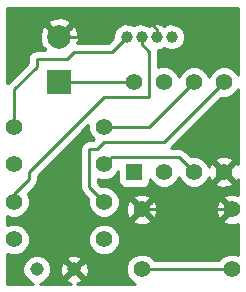
<source format=gbl>
G04 (created by PCBNEW (2013-mar-25)-stable) date Monday, September 30, 2013 05:41:20 PM*
%MOIN*%
G04 Gerber Fmt 3.4, Leading zero omitted, Abs format*
%FSLAX34Y34*%
G01*
G70*
G90*
G04 APERTURE LIST*
%ADD10C,0.006*%
%ADD11C,0.055*%
%ADD12C,0.0394*%
%ADD13R,0.0787X0.0787*%
%ADD14C,0.0787*%
%ADD15R,0.055X0.055*%
%ADD16C,0.045*%
%ADD17C,0.01*%
G04 APERTURE END LIST*
G54D10*
G54D11*
X56500Y-26750D03*
X56500Y-28750D03*
X53500Y-26750D03*
X53500Y-28750D03*
X52250Y-25250D03*
X49250Y-25250D03*
X52250Y-24000D03*
X49250Y-24000D03*
X52250Y-26500D03*
X49250Y-26500D03*
X52250Y-27750D03*
X49250Y-27750D03*
G54D12*
X54500Y-21000D03*
X54000Y-21000D03*
X53500Y-21000D03*
X53000Y-21000D03*
G54D13*
X50750Y-22500D03*
G54D14*
X50750Y-21000D03*
G54D15*
X53250Y-25500D03*
G54D11*
X54250Y-25500D03*
X55250Y-25500D03*
X56250Y-25500D03*
X56250Y-22500D03*
X55250Y-22500D03*
X54250Y-22500D03*
X53250Y-22500D03*
G54D16*
X50000Y-28750D03*
X51250Y-28750D03*
G54D17*
X54000Y-21000D02*
X54000Y-20750D01*
X54000Y-20750D02*
X53750Y-20500D01*
X53750Y-20500D02*
X52750Y-20500D01*
X52750Y-20500D02*
X52250Y-21000D01*
X52250Y-21000D02*
X50750Y-21000D01*
X53500Y-26750D02*
X56500Y-26750D01*
X49250Y-24000D02*
X49250Y-22750D01*
X49250Y-22750D02*
X50000Y-22000D01*
X50000Y-22000D02*
X50000Y-21750D01*
X50000Y-21750D02*
X51000Y-21750D01*
X51000Y-21750D02*
X51250Y-21500D01*
X51250Y-21500D02*
X52500Y-21500D01*
X52500Y-21500D02*
X53000Y-21000D01*
X49250Y-26500D02*
X49250Y-26250D01*
X49250Y-26250D02*
X49750Y-25750D01*
X49750Y-25750D02*
X49750Y-25500D01*
X49750Y-25500D02*
X52250Y-23000D01*
X52250Y-23000D02*
X53750Y-23000D01*
X53750Y-23000D02*
X53750Y-21500D01*
X53750Y-21500D02*
X53500Y-21250D01*
X53500Y-21250D02*
X53500Y-21000D01*
X56500Y-28750D02*
X53500Y-28750D01*
X50750Y-22500D02*
X53250Y-22500D01*
X56250Y-22500D02*
X54250Y-24500D01*
X54250Y-24500D02*
X52250Y-24500D01*
X52250Y-24500D02*
X52000Y-24750D01*
X52000Y-24750D02*
X51750Y-24750D01*
X51750Y-24750D02*
X51750Y-26000D01*
X51750Y-26000D02*
X52250Y-26500D01*
X55250Y-22500D02*
X53750Y-24000D01*
X53750Y-24000D02*
X52250Y-24000D01*
X52250Y-25250D02*
X52500Y-25000D01*
X52500Y-25000D02*
X54750Y-25000D01*
X54750Y-25000D02*
X55250Y-25500D01*
G54D10*
G36*
X54053Y-20971D02*
X54052Y-21028D01*
X54005Y-21076D01*
X54000Y-21070D01*
X53994Y-21076D01*
X53946Y-21028D01*
X53947Y-20971D01*
X53994Y-20923D01*
X54000Y-20929D01*
X54005Y-20923D01*
X54053Y-20971D01*
X54053Y-20971D01*
G37*
G54D17*
X54053Y-20971D02*
X54052Y-21028D01*
X54005Y-21076D01*
X54000Y-21070D01*
X53994Y-21076D01*
X53946Y-21028D01*
X53947Y-20971D01*
X53994Y-20923D01*
X54000Y-20929D01*
X54005Y-20923D01*
X54053Y-20971D01*
G54D10*
G36*
X56720Y-22263D02*
X56695Y-22203D01*
X56547Y-22055D01*
X56354Y-21975D01*
X56146Y-21974D01*
X55953Y-22054D01*
X55805Y-22202D01*
X55749Y-22335D01*
X55695Y-22203D01*
X55547Y-22055D01*
X55354Y-21975D01*
X55146Y-21974D01*
X54953Y-22054D01*
X54805Y-22202D01*
X54749Y-22335D01*
X54695Y-22203D01*
X54547Y-22055D01*
X54354Y-21975D01*
X54146Y-21974D01*
X54050Y-22014D01*
X54050Y-21500D01*
X54039Y-21445D01*
X54120Y-21439D01*
X54225Y-21395D01*
X54231Y-21363D01*
X54246Y-21378D01*
X54410Y-21446D01*
X54588Y-21447D01*
X54752Y-21379D01*
X54878Y-21253D01*
X54946Y-21089D01*
X54947Y-20911D01*
X54879Y-20747D01*
X54753Y-20621D01*
X54589Y-20553D01*
X54411Y-20552D01*
X54247Y-20620D01*
X54231Y-20636D01*
X54225Y-20604D01*
X54057Y-20547D01*
X53879Y-20560D01*
X53774Y-20604D01*
X53768Y-20636D01*
X53753Y-20621D01*
X53589Y-20553D01*
X53411Y-20552D01*
X53249Y-20619D01*
X53089Y-20553D01*
X52911Y-20552D01*
X52747Y-20620D01*
X52621Y-20746D01*
X52553Y-20910D01*
X52552Y-21022D01*
X52375Y-21200D01*
X51362Y-21200D01*
X51397Y-21104D01*
X51388Y-20848D01*
X51308Y-20655D01*
X51203Y-20617D01*
X51132Y-20687D01*
X51132Y-20546D01*
X51094Y-20441D01*
X50854Y-20352D01*
X50598Y-20361D01*
X50405Y-20441D01*
X50367Y-20546D01*
X50750Y-20929D01*
X51132Y-20546D01*
X51132Y-20687D01*
X50820Y-21000D01*
X50826Y-21005D01*
X50755Y-21076D01*
X50750Y-21070D01*
X50744Y-21076D01*
X50679Y-21011D01*
X50673Y-21005D01*
X50679Y-21000D01*
X50296Y-20617D01*
X50191Y-20655D01*
X50102Y-20895D01*
X50111Y-21151D01*
X50191Y-21344D01*
X50296Y-21382D01*
X50251Y-21427D01*
X50273Y-21450D01*
X50000Y-21450D01*
X49885Y-21472D01*
X49787Y-21537D01*
X49722Y-21635D01*
X49700Y-21750D01*
X49700Y-21875D01*
X49037Y-22537D01*
X49029Y-22550D01*
X49029Y-20029D01*
X56720Y-20029D01*
X56720Y-22263D01*
X56720Y-22263D01*
G37*
G54D17*
X56720Y-22263D02*
X56695Y-22203D01*
X56547Y-22055D01*
X56354Y-21975D01*
X56146Y-21974D01*
X55953Y-22054D01*
X55805Y-22202D01*
X55749Y-22335D01*
X55695Y-22203D01*
X55547Y-22055D01*
X55354Y-21975D01*
X55146Y-21974D01*
X54953Y-22054D01*
X54805Y-22202D01*
X54749Y-22335D01*
X54695Y-22203D01*
X54547Y-22055D01*
X54354Y-21975D01*
X54146Y-21974D01*
X54050Y-22014D01*
X54050Y-21500D01*
X54039Y-21445D01*
X54120Y-21439D01*
X54225Y-21395D01*
X54231Y-21363D01*
X54246Y-21378D01*
X54410Y-21446D01*
X54588Y-21447D01*
X54752Y-21379D01*
X54878Y-21253D01*
X54946Y-21089D01*
X54947Y-20911D01*
X54879Y-20747D01*
X54753Y-20621D01*
X54589Y-20553D01*
X54411Y-20552D01*
X54247Y-20620D01*
X54231Y-20636D01*
X54225Y-20604D01*
X54057Y-20547D01*
X53879Y-20560D01*
X53774Y-20604D01*
X53768Y-20636D01*
X53753Y-20621D01*
X53589Y-20553D01*
X53411Y-20552D01*
X53249Y-20619D01*
X53089Y-20553D01*
X52911Y-20552D01*
X52747Y-20620D01*
X52621Y-20746D01*
X52553Y-20910D01*
X52552Y-21022D01*
X52375Y-21200D01*
X51362Y-21200D01*
X51397Y-21104D01*
X51388Y-20848D01*
X51308Y-20655D01*
X51203Y-20617D01*
X51132Y-20687D01*
X51132Y-20546D01*
X51094Y-20441D01*
X50854Y-20352D01*
X50598Y-20361D01*
X50405Y-20441D01*
X50367Y-20546D01*
X50750Y-20929D01*
X51132Y-20546D01*
X51132Y-20687D01*
X50820Y-21000D01*
X50826Y-21005D01*
X50755Y-21076D01*
X50750Y-21070D01*
X50744Y-21076D01*
X50679Y-21011D01*
X50673Y-21005D01*
X50679Y-21000D01*
X50296Y-20617D01*
X50191Y-20655D01*
X50102Y-20895D01*
X50111Y-21151D01*
X50191Y-21344D01*
X50296Y-21382D01*
X50251Y-21427D01*
X50273Y-21450D01*
X50000Y-21450D01*
X49885Y-21472D01*
X49787Y-21537D01*
X49722Y-21635D01*
X49700Y-21750D01*
X49700Y-21875D01*
X49037Y-22537D01*
X49029Y-22550D01*
X49029Y-20029D01*
X56720Y-20029D01*
X56720Y-22263D01*
G54D10*
G36*
X56720Y-28273D02*
X56604Y-28225D01*
X56396Y-28224D01*
X56203Y-28304D01*
X56057Y-28450D01*
X54029Y-28450D01*
X54029Y-26825D01*
X54018Y-26617D01*
X53960Y-26477D01*
X53867Y-26452D01*
X53797Y-26523D01*
X53797Y-26382D01*
X53772Y-26289D01*
X53575Y-26220D01*
X53367Y-26231D01*
X53227Y-26289D01*
X53202Y-26382D01*
X53500Y-26679D01*
X53797Y-26382D01*
X53797Y-26523D01*
X53570Y-26750D01*
X53867Y-27047D01*
X53960Y-27022D01*
X54029Y-26825D01*
X54029Y-28450D01*
X53942Y-28450D01*
X53797Y-28305D01*
X53797Y-28304D01*
X53797Y-27117D01*
X53500Y-26820D01*
X53429Y-26891D01*
X53429Y-26750D01*
X53132Y-26452D01*
X53039Y-26477D01*
X52970Y-26674D01*
X52981Y-26882D01*
X53039Y-27022D01*
X53132Y-27047D01*
X53429Y-26750D01*
X53429Y-26891D01*
X53202Y-27117D01*
X53227Y-27210D01*
X53424Y-27279D01*
X53632Y-27268D01*
X53772Y-27210D01*
X53797Y-27117D01*
X53797Y-28304D01*
X53604Y-28225D01*
X53396Y-28224D01*
X53203Y-28304D01*
X53055Y-28452D01*
X52975Y-28645D01*
X52974Y-28853D01*
X53054Y-29047D01*
X53202Y-29194D01*
X53264Y-29220D01*
X52775Y-29220D01*
X52775Y-27646D01*
X52695Y-27453D01*
X52547Y-27305D01*
X52354Y-27225D01*
X52146Y-27224D01*
X51953Y-27304D01*
X51805Y-27452D01*
X51725Y-27645D01*
X51724Y-27853D01*
X51804Y-28047D01*
X51952Y-28194D01*
X52145Y-28274D01*
X52353Y-28275D01*
X52547Y-28195D01*
X52694Y-28047D01*
X52774Y-27854D01*
X52775Y-27646D01*
X52775Y-29220D01*
X51730Y-29220D01*
X51730Y-28813D01*
X51717Y-28625D01*
X51669Y-28507D01*
X51581Y-28489D01*
X51510Y-28559D01*
X51510Y-28418D01*
X51492Y-28330D01*
X51313Y-28269D01*
X51125Y-28282D01*
X51007Y-28330D01*
X50989Y-28418D01*
X51250Y-28679D01*
X51510Y-28418D01*
X51510Y-28559D01*
X51320Y-28750D01*
X51581Y-29010D01*
X51669Y-28992D01*
X51730Y-28813D01*
X51730Y-29220D01*
X51335Y-29220D01*
X51374Y-29217D01*
X51492Y-29169D01*
X51510Y-29081D01*
X51250Y-28820D01*
X51179Y-28891D01*
X51179Y-28750D01*
X50918Y-28489D01*
X50830Y-28507D01*
X50769Y-28686D01*
X50782Y-28874D01*
X50830Y-28992D01*
X50918Y-29010D01*
X51179Y-28750D01*
X51179Y-28891D01*
X50989Y-29081D01*
X51007Y-29169D01*
X51157Y-29220D01*
X50105Y-29220D01*
X50268Y-29152D01*
X50402Y-29019D01*
X50474Y-28844D01*
X50475Y-28655D01*
X50402Y-28481D01*
X50269Y-28347D01*
X50094Y-28275D01*
X49905Y-28274D01*
X49731Y-28347D01*
X49597Y-28480D01*
X49525Y-28655D01*
X49524Y-28844D01*
X49597Y-29018D01*
X49730Y-29152D01*
X49894Y-29220D01*
X49029Y-29220D01*
X49029Y-28226D01*
X49145Y-28274D01*
X49353Y-28275D01*
X49547Y-28195D01*
X49694Y-28047D01*
X49774Y-27854D01*
X49775Y-27646D01*
X49695Y-27453D01*
X49547Y-27305D01*
X49354Y-27225D01*
X49146Y-27224D01*
X49029Y-27273D01*
X49029Y-26976D01*
X49145Y-27024D01*
X49353Y-27025D01*
X49547Y-26945D01*
X49694Y-26797D01*
X49774Y-26604D01*
X49775Y-26396D01*
X49702Y-26221D01*
X49962Y-25962D01*
X49962Y-25962D01*
X50027Y-25864D01*
X50049Y-25750D01*
X50050Y-25750D01*
X50050Y-25624D01*
X51725Y-23949D01*
X51724Y-24103D01*
X51804Y-24297D01*
X51916Y-24409D01*
X51875Y-24450D01*
X51750Y-24450D01*
X51635Y-24472D01*
X51537Y-24537D01*
X51472Y-24635D01*
X51450Y-24750D01*
X51450Y-26000D01*
X51472Y-26114D01*
X51537Y-26212D01*
X51725Y-26399D01*
X51724Y-26603D01*
X51804Y-26797D01*
X51952Y-26944D01*
X52145Y-27024D01*
X52353Y-27025D01*
X52547Y-26945D01*
X52694Y-26797D01*
X52774Y-26604D01*
X52775Y-26396D01*
X52695Y-26203D01*
X52547Y-26055D01*
X52354Y-25975D01*
X52149Y-25974D01*
X52050Y-25875D01*
X52050Y-25735D01*
X52145Y-25774D01*
X52353Y-25775D01*
X52547Y-25695D01*
X52694Y-25547D01*
X52724Y-25475D01*
X52724Y-25824D01*
X52762Y-25916D01*
X52833Y-25986D01*
X52925Y-26024D01*
X53024Y-26025D01*
X53574Y-26025D01*
X53666Y-25987D01*
X53736Y-25916D01*
X53774Y-25824D01*
X53775Y-25725D01*
X53775Y-25725D01*
X53804Y-25797D01*
X53952Y-25944D01*
X54145Y-26024D01*
X54353Y-26025D01*
X54547Y-25945D01*
X54694Y-25797D01*
X54750Y-25664D01*
X54804Y-25797D01*
X54952Y-25944D01*
X55145Y-26024D01*
X55353Y-26025D01*
X55547Y-25945D01*
X55694Y-25797D01*
X55747Y-25671D01*
X55789Y-25772D01*
X55882Y-25797D01*
X56179Y-25500D01*
X55882Y-25202D01*
X55789Y-25227D01*
X55750Y-25337D01*
X55695Y-25203D01*
X55547Y-25055D01*
X55354Y-24975D01*
X55149Y-24974D01*
X54962Y-24787D01*
X54864Y-24722D01*
X54750Y-24700D01*
X54474Y-24700D01*
X56149Y-23024D01*
X56353Y-23025D01*
X56547Y-22945D01*
X56694Y-22797D01*
X56720Y-22735D01*
X56720Y-25251D01*
X56710Y-25227D01*
X56617Y-25202D01*
X56547Y-25273D01*
X56547Y-25132D01*
X56522Y-25039D01*
X56325Y-24970D01*
X56117Y-24981D01*
X55977Y-25039D01*
X55952Y-25132D01*
X56250Y-25429D01*
X56547Y-25132D01*
X56547Y-25273D01*
X56320Y-25500D01*
X56617Y-25797D01*
X56710Y-25772D01*
X56720Y-25744D01*
X56720Y-26271D01*
X56575Y-26220D01*
X56547Y-26221D01*
X56547Y-25867D01*
X56250Y-25570D01*
X55952Y-25867D01*
X55977Y-25960D01*
X56174Y-26029D01*
X56382Y-26018D01*
X56522Y-25960D01*
X56547Y-25867D01*
X56547Y-26221D01*
X56367Y-26231D01*
X56227Y-26289D01*
X56202Y-26382D01*
X56500Y-26679D01*
X56505Y-26673D01*
X56576Y-26744D01*
X56570Y-26750D01*
X56576Y-26755D01*
X56505Y-26826D01*
X56500Y-26820D01*
X56429Y-26891D01*
X56429Y-26750D01*
X56132Y-26452D01*
X56039Y-26477D01*
X55970Y-26674D01*
X55981Y-26882D01*
X56039Y-27022D01*
X56132Y-27047D01*
X56429Y-26750D01*
X56429Y-26891D01*
X56202Y-27117D01*
X56227Y-27210D01*
X56424Y-27279D01*
X56632Y-27268D01*
X56720Y-27232D01*
X56720Y-28273D01*
X56720Y-28273D01*
G37*
G54D17*
X56720Y-28273D02*
X56604Y-28225D01*
X56396Y-28224D01*
X56203Y-28304D01*
X56057Y-28450D01*
X54029Y-28450D01*
X54029Y-26825D01*
X54018Y-26617D01*
X53960Y-26477D01*
X53867Y-26452D01*
X53797Y-26523D01*
X53797Y-26382D01*
X53772Y-26289D01*
X53575Y-26220D01*
X53367Y-26231D01*
X53227Y-26289D01*
X53202Y-26382D01*
X53500Y-26679D01*
X53797Y-26382D01*
X53797Y-26523D01*
X53570Y-26750D01*
X53867Y-27047D01*
X53960Y-27022D01*
X54029Y-26825D01*
X54029Y-28450D01*
X53942Y-28450D01*
X53797Y-28305D01*
X53797Y-28304D01*
X53797Y-27117D01*
X53500Y-26820D01*
X53429Y-26891D01*
X53429Y-26750D01*
X53132Y-26452D01*
X53039Y-26477D01*
X52970Y-26674D01*
X52981Y-26882D01*
X53039Y-27022D01*
X53132Y-27047D01*
X53429Y-26750D01*
X53429Y-26891D01*
X53202Y-27117D01*
X53227Y-27210D01*
X53424Y-27279D01*
X53632Y-27268D01*
X53772Y-27210D01*
X53797Y-27117D01*
X53797Y-28304D01*
X53604Y-28225D01*
X53396Y-28224D01*
X53203Y-28304D01*
X53055Y-28452D01*
X52975Y-28645D01*
X52974Y-28853D01*
X53054Y-29047D01*
X53202Y-29194D01*
X53264Y-29220D01*
X52775Y-29220D01*
X52775Y-27646D01*
X52695Y-27453D01*
X52547Y-27305D01*
X52354Y-27225D01*
X52146Y-27224D01*
X51953Y-27304D01*
X51805Y-27452D01*
X51725Y-27645D01*
X51724Y-27853D01*
X51804Y-28047D01*
X51952Y-28194D01*
X52145Y-28274D01*
X52353Y-28275D01*
X52547Y-28195D01*
X52694Y-28047D01*
X52774Y-27854D01*
X52775Y-27646D01*
X52775Y-29220D01*
X51730Y-29220D01*
X51730Y-28813D01*
X51717Y-28625D01*
X51669Y-28507D01*
X51581Y-28489D01*
X51510Y-28559D01*
X51510Y-28418D01*
X51492Y-28330D01*
X51313Y-28269D01*
X51125Y-28282D01*
X51007Y-28330D01*
X50989Y-28418D01*
X51250Y-28679D01*
X51510Y-28418D01*
X51510Y-28559D01*
X51320Y-28750D01*
X51581Y-29010D01*
X51669Y-28992D01*
X51730Y-28813D01*
X51730Y-29220D01*
X51335Y-29220D01*
X51374Y-29217D01*
X51492Y-29169D01*
X51510Y-29081D01*
X51250Y-28820D01*
X51179Y-28891D01*
X51179Y-28750D01*
X50918Y-28489D01*
X50830Y-28507D01*
X50769Y-28686D01*
X50782Y-28874D01*
X50830Y-28992D01*
X50918Y-29010D01*
X51179Y-28750D01*
X51179Y-28891D01*
X50989Y-29081D01*
X51007Y-29169D01*
X51157Y-29220D01*
X50105Y-29220D01*
X50268Y-29152D01*
X50402Y-29019D01*
X50474Y-28844D01*
X50475Y-28655D01*
X50402Y-28481D01*
X50269Y-28347D01*
X50094Y-28275D01*
X49905Y-28274D01*
X49731Y-28347D01*
X49597Y-28480D01*
X49525Y-28655D01*
X49524Y-28844D01*
X49597Y-29018D01*
X49730Y-29152D01*
X49894Y-29220D01*
X49029Y-29220D01*
X49029Y-28226D01*
X49145Y-28274D01*
X49353Y-28275D01*
X49547Y-28195D01*
X49694Y-28047D01*
X49774Y-27854D01*
X49775Y-27646D01*
X49695Y-27453D01*
X49547Y-27305D01*
X49354Y-27225D01*
X49146Y-27224D01*
X49029Y-27273D01*
X49029Y-26976D01*
X49145Y-27024D01*
X49353Y-27025D01*
X49547Y-26945D01*
X49694Y-26797D01*
X49774Y-26604D01*
X49775Y-26396D01*
X49702Y-26221D01*
X49962Y-25962D01*
X49962Y-25962D01*
X50027Y-25864D01*
X50049Y-25750D01*
X50050Y-25750D01*
X50050Y-25624D01*
X51725Y-23949D01*
X51724Y-24103D01*
X51804Y-24297D01*
X51916Y-24409D01*
X51875Y-24450D01*
X51750Y-24450D01*
X51635Y-24472D01*
X51537Y-24537D01*
X51472Y-24635D01*
X51450Y-24750D01*
X51450Y-26000D01*
X51472Y-26114D01*
X51537Y-26212D01*
X51725Y-26399D01*
X51724Y-26603D01*
X51804Y-26797D01*
X51952Y-26944D01*
X52145Y-27024D01*
X52353Y-27025D01*
X52547Y-26945D01*
X52694Y-26797D01*
X52774Y-26604D01*
X52775Y-26396D01*
X52695Y-26203D01*
X52547Y-26055D01*
X52354Y-25975D01*
X52149Y-25974D01*
X52050Y-25875D01*
X52050Y-25735D01*
X52145Y-25774D01*
X52353Y-25775D01*
X52547Y-25695D01*
X52694Y-25547D01*
X52724Y-25475D01*
X52724Y-25824D01*
X52762Y-25916D01*
X52833Y-25986D01*
X52925Y-26024D01*
X53024Y-26025D01*
X53574Y-26025D01*
X53666Y-25987D01*
X53736Y-25916D01*
X53774Y-25824D01*
X53775Y-25725D01*
X53775Y-25725D01*
X53804Y-25797D01*
X53952Y-25944D01*
X54145Y-26024D01*
X54353Y-26025D01*
X54547Y-25945D01*
X54694Y-25797D01*
X54750Y-25664D01*
X54804Y-25797D01*
X54952Y-25944D01*
X55145Y-26024D01*
X55353Y-26025D01*
X55547Y-25945D01*
X55694Y-25797D01*
X55747Y-25671D01*
X55789Y-25772D01*
X55882Y-25797D01*
X56179Y-25500D01*
X55882Y-25202D01*
X55789Y-25227D01*
X55750Y-25337D01*
X55695Y-25203D01*
X55547Y-25055D01*
X55354Y-24975D01*
X55149Y-24974D01*
X54962Y-24787D01*
X54864Y-24722D01*
X54750Y-24700D01*
X54474Y-24700D01*
X56149Y-23024D01*
X56353Y-23025D01*
X56547Y-22945D01*
X56694Y-22797D01*
X56720Y-22735D01*
X56720Y-25251D01*
X56710Y-25227D01*
X56617Y-25202D01*
X56547Y-25273D01*
X56547Y-25132D01*
X56522Y-25039D01*
X56325Y-24970D01*
X56117Y-24981D01*
X55977Y-25039D01*
X55952Y-25132D01*
X56250Y-25429D01*
X56547Y-25132D01*
X56547Y-25273D01*
X56320Y-25500D01*
X56617Y-25797D01*
X56710Y-25772D01*
X56720Y-25744D01*
X56720Y-26271D01*
X56575Y-26220D01*
X56547Y-26221D01*
X56547Y-25867D01*
X56250Y-25570D01*
X55952Y-25867D01*
X55977Y-25960D01*
X56174Y-26029D01*
X56382Y-26018D01*
X56522Y-25960D01*
X56547Y-25867D01*
X56547Y-26221D01*
X56367Y-26231D01*
X56227Y-26289D01*
X56202Y-26382D01*
X56500Y-26679D01*
X56505Y-26673D01*
X56576Y-26744D01*
X56570Y-26750D01*
X56576Y-26755D01*
X56505Y-26826D01*
X56500Y-26820D01*
X56429Y-26891D01*
X56429Y-26750D01*
X56132Y-26452D01*
X56039Y-26477D01*
X55970Y-26674D01*
X55981Y-26882D01*
X56039Y-27022D01*
X56132Y-27047D01*
X56429Y-26750D01*
X56429Y-26891D01*
X56202Y-27117D01*
X56227Y-27210D01*
X56424Y-27279D01*
X56632Y-27268D01*
X56720Y-27232D01*
X56720Y-28273D01*
M02*

</source>
